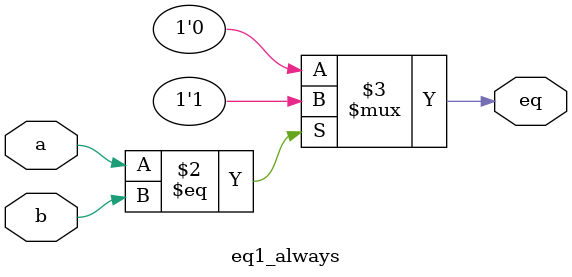
<source format=v>
module eq1_always(
    input wire a,b,
    output reg eq
);
always @ (a,b)
begin
    eq = (a==b)? 1'b1:1'b0;
end

endmodule



//a<<b if a and b are signals -> b not specific number its barrel shifter complex crct
// a 110011 a>>>2 111100 every shift conserve the sign bit first
// ===,!== case equality take in consideration x,z
// ~^a xnor a
// a =110 y =| a -> a[2]|a[1]|a[0]
// rot right 3 bits a = {a[2:0],a[8:3]} , a={3'b000,a[8:3]},a = {a[]}
//arithmatic shift right sha = {3{a[8]},a[8:3]} 8? i think 7
// assign max = (a>b)? a:b;
// assign max = (a>b)? ((a>c)? a:c):((b>c)? b:c)
//care for bit length adj

</source>
